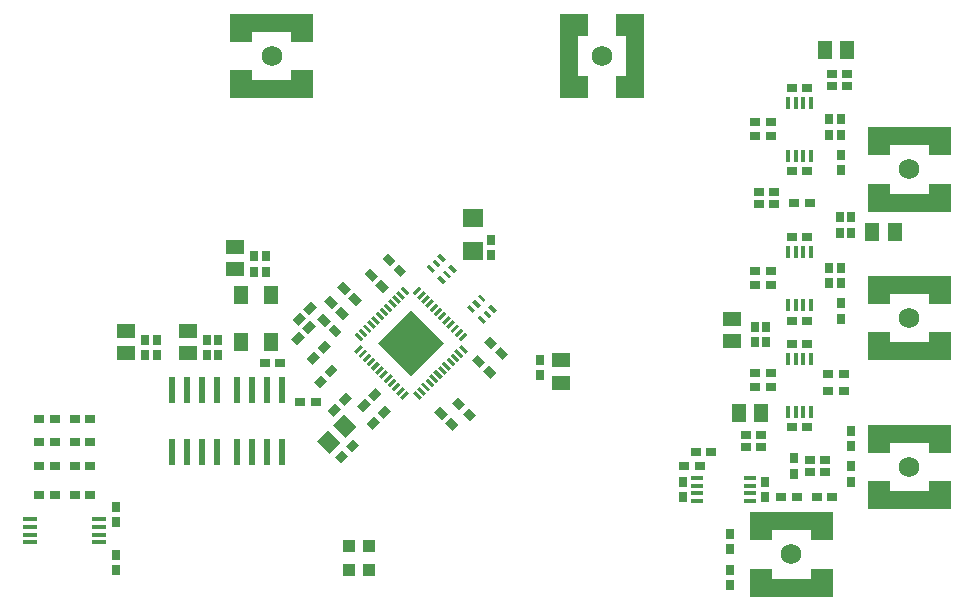
<source format=gtp>
G75*
G70*
%OFA0B0*%
%FSLAX24Y24*%
%IPPOS*%
%LPD*%
%AMOC8*
5,1,8,0,0,1.08239X$1,22.5*
%
%ADD10R,0.0118X0.0315*%
%ADD11R,0.1575X0.1575*%
%ADD12R,0.0276X0.0118*%
%ADD13R,0.0354X0.0276*%
%ADD14R,0.0276X0.0354*%
%ADD15R,0.0710X0.0630*%
%ADD16R,0.0512X0.0591*%
%ADD17R,0.0591X0.0512*%
%ADD18R,0.0472X0.0138*%
%ADD19R,0.0157X0.0433*%
%ADD20R,0.0433X0.0157*%
%ADD21R,0.0512X0.0630*%
%ADD22C,0.0681*%
%ADD23R,0.0925X0.0748*%
%ADD24R,0.0591X0.1339*%
%ADD25R,0.0748X0.0925*%
%ADD26R,0.1339X0.0591*%
%ADD27R,0.0236X0.0866*%
%ADD28R,0.0394X0.0433*%
D10*
G36*
X015359Y009139D02*
X015442Y009056D01*
X015221Y008835D01*
X015138Y008918D01*
X015359Y009139D01*
G37*
G36*
X015442Y009336D02*
X015359Y009253D01*
X015138Y009474D01*
X015221Y009557D01*
X015442Y009336D01*
G37*
G36*
X015582Y009475D02*
X015499Y009392D01*
X015278Y009613D01*
X015361Y009696D01*
X015582Y009475D01*
G37*
G36*
X015721Y009614D02*
X015638Y009531D01*
X015417Y009752D01*
X015500Y009835D01*
X015721Y009614D01*
G37*
G36*
X015860Y009753D02*
X015777Y009670D01*
X015556Y009891D01*
X015639Y009974D01*
X015860Y009753D01*
G37*
G36*
X015999Y009892D02*
X015916Y009809D01*
X015695Y010030D01*
X015778Y010113D01*
X015999Y009892D01*
G37*
G36*
X016138Y010032D02*
X016055Y009949D01*
X015834Y010170D01*
X015917Y010253D01*
X016138Y010032D01*
G37*
G36*
X016278Y010171D02*
X016195Y010088D01*
X015974Y010309D01*
X016057Y010392D01*
X016278Y010171D01*
G37*
G36*
X016417Y010310D02*
X016334Y010227D01*
X016113Y010448D01*
X016196Y010531D01*
X016417Y010310D01*
G37*
G36*
X016556Y010449D02*
X016473Y010366D01*
X016252Y010587D01*
X016335Y010670D01*
X016556Y010449D01*
G37*
G36*
X016695Y010588D02*
X016612Y010505D01*
X016391Y010726D01*
X016474Y010809D01*
X016695Y010588D01*
G37*
G36*
X016834Y010727D02*
X016751Y010644D01*
X016530Y010865D01*
X016613Y010948D01*
X016834Y010727D01*
G37*
G36*
X016974Y010867D02*
X016891Y010784D01*
X016670Y011005D01*
X016753Y011088D01*
X016974Y010867D01*
G37*
G36*
X017170Y010784D02*
X017087Y010867D01*
X017308Y011088D01*
X017391Y011005D01*
X017170Y010784D01*
G37*
G36*
X017309Y010644D02*
X017226Y010727D01*
X017447Y010948D01*
X017530Y010865D01*
X017309Y010644D01*
G37*
G36*
X017449Y010505D02*
X017366Y010588D01*
X017587Y010809D01*
X017670Y010726D01*
X017449Y010505D01*
G37*
G36*
X017588Y010366D02*
X017505Y010449D01*
X017726Y010670D01*
X017809Y010587D01*
X017588Y010366D01*
G37*
G36*
X017727Y010227D02*
X017644Y010310D01*
X017865Y010531D01*
X017948Y010448D01*
X017727Y010227D01*
G37*
G36*
X017866Y010088D02*
X017783Y010171D01*
X018004Y010392D01*
X018087Y010309D01*
X017866Y010088D01*
G37*
G36*
X018005Y009949D02*
X017922Y010032D01*
X018143Y010253D01*
X018226Y010170D01*
X018005Y009949D01*
G37*
G36*
X018145Y009809D02*
X018062Y009892D01*
X018283Y010113D01*
X018366Y010030D01*
X018145Y009809D01*
G37*
G36*
X018284Y009670D02*
X018201Y009753D01*
X018422Y009974D01*
X018505Y009891D01*
X018284Y009670D01*
G37*
G36*
X018423Y009531D02*
X018340Y009614D01*
X018561Y009835D01*
X018644Y009752D01*
X018423Y009531D01*
G37*
G36*
X018562Y009392D02*
X018479Y009475D01*
X018700Y009696D01*
X018783Y009613D01*
X018562Y009392D01*
G37*
G36*
X018701Y009253D02*
X018618Y009336D01*
X018839Y009557D01*
X018922Y009474D01*
X018701Y009253D01*
G37*
G36*
X018618Y009056D02*
X018701Y009139D01*
X018922Y008918D01*
X018839Y008835D01*
X018618Y009056D01*
G37*
G36*
X018479Y008917D02*
X018562Y009000D01*
X018783Y008779D01*
X018700Y008696D01*
X018479Y008917D01*
G37*
G36*
X018340Y008778D02*
X018423Y008861D01*
X018644Y008640D01*
X018561Y008557D01*
X018340Y008778D01*
G37*
G36*
X018201Y008638D02*
X018284Y008721D01*
X018505Y008500D01*
X018422Y008417D01*
X018201Y008638D01*
G37*
G36*
X018062Y008499D02*
X018145Y008582D01*
X018366Y008361D01*
X018283Y008278D01*
X018062Y008499D01*
G37*
G36*
X017922Y008360D02*
X018005Y008443D01*
X018226Y008222D01*
X018143Y008139D01*
X017922Y008360D01*
G37*
G36*
X017783Y008221D02*
X017866Y008304D01*
X018087Y008083D01*
X018004Y008000D01*
X017783Y008221D01*
G37*
G36*
X017644Y008082D02*
X017727Y008165D01*
X017948Y007944D01*
X017865Y007861D01*
X017644Y008082D01*
G37*
G36*
X017505Y007942D02*
X017588Y008025D01*
X017809Y007804D01*
X017726Y007721D01*
X017505Y007942D01*
G37*
G36*
X017366Y007803D02*
X017449Y007886D01*
X017670Y007665D01*
X017587Y007582D01*
X017366Y007803D01*
G37*
G36*
X017226Y007664D02*
X017309Y007747D01*
X017530Y007526D01*
X017447Y007443D01*
X017226Y007664D01*
G37*
G36*
X017087Y007525D02*
X017170Y007608D01*
X017391Y007387D01*
X017308Y007304D01*
X017087Y007525D01*
G37*
G36*
X016891Y007608D02*
X016974Y007525D01*
X016753Y007304D01*
X016670Y007387D01*
X016891Y007608D01*
G37*
G36*
X016751Y007747D02*
X016834Y007664D01*
X016613Y007443D01*
X016530Y007526D01*
X016751Y007747D01*
G37*
G36*
X016612Y007886D02*
X016695Y007803D01*
X016474Y007582D01*
X016391Y007665D01*
X016612Y007886D01*
G37*
G36*
X016473Y008025D02*
X016556Y007942D01*
X016335Y007721D01*
X016252Y007804D01*
X016473Y008025D01*
G37*
G36*
X016334Y008165D02*
X016417Y008082D01*
X016196Y007861D01*
X016113Y007944D01*
X016334Y008165D01*
G37*
G36*
X016195Y008304D02*
X016278Y008221D01*
X016057Y008000D01*
X015974Y008083D01*
X016195Y008304D01*
G37*
G36*
X016055Y008443D02*
X016138Y008360D01*
X015917Y008139D01*
X015834Y008222D01*
X016055Y008443D01*
G37*
G36*
X015916Y008582D02*
X015999Y008499D01*
X015778Y008278D01*
X015695Y008361D01*
X015916Y008582D01*
G37*
G36*
X015777Y008721D02*
X015860Y008638D01*
X015639Y008417D01*
X015556Y008500D01*
X015777Y008721D01*
G37*
G36*
X015638Y008861D02*
X015721Y008778D01*
X015500Y008557D01*
X015417Y008640D01*
X015638Y008861D01*
G37*
G36*
X015499Y009000D02*
X015582Y008917D01*
X015361Y008696D01*
X015278Y008779D01*
X015499Y009000D01*
G37*
D11*
G36*
X015918Y009196D02*
X017030Y010308D01*
X018142Y009196D01*
X017030Y008084D01*
X015918Y009196D01*
G37*
D12*
G36*
X018109Y011175D02*
X017915Y011369D01*
X017999Y011453D01*
X018193Y011259D01*
X018109Y011175D01*
G37*
G36*
X018290Y011356D02*
X018096Y011550D01*
X018180Y011634D01*
X018374Y011440D01*
X018290Y011356D01*
G37*
G36*
X018471Y011537D02*
X018277Y011731D01*
X018361Y011815D01*
X018555Y011621D01*
X018471Y011537D01*
G37*
G36*
X018109Y011899D02*
X017915Y012093D01*
X017999Y012177D01*
X018193Y011983D01*
X018109Y011899D01*
G37*
G36*
X017928Y011718D02*
X017734Y011912D01*
X017818Y011996D01*
X018012Y011802D01*
X017928Y011718D01*
G37*
G36*
X017747Y011537D02*
X017553Y011731D01*
X017637Y011815D01*
X017831Y011621D01*
X017747Y011537D01*
G37*
G36*
X019448Y010560D02*
X019254Y010754D01*
X019338Y010838D01*
X019532Y010644D01*
X019448Y010560D01*
G37*
G36*
X019267Y010379D02*
X019073Y010573D01*
X019157Y010657D01*
X019351Y010463D01*
X019267Y010379D01*
G37*
G36*
X019086Y010198D02*
X018892Y010392D01*
X018976Y010476D01*
X019170Y010282D01*
X019086Y010198D01*
G37*
G36*
X019448Y009837D02*
X019254Y010031D01*
X019338Y010115D01*
X019532Y009921D01*
X019448Y009837D01*
G37*
G36*
X019629Y010018D02*
X019435Y010212D01*
X019519Y010296D01*
X019713Y010102D01*
X019629Y010018D01*
G37*
G36*
X019810Y010198D02*
X019616Y010392D01*
X019700Y010476D01*
X019894Y010282D01*
X019810Y010198D01*
G37*
D13*
G36*
X019711Y008997D02*
X019462Y009246D01*
X019657Y009441D01*
X019906Y009192D01*
X019711Y008997D01*
G37*
G36*
X020073Y008635D02*
X019824Y008884D01*
X020019Y009079D01*
X020268Y008830D01*
X020073Y008635D01*
G37*
G36*
X019679Y008005D02*
X019430Y008254D01*
X019625Y008449D01*
X019874Y008200D01*
X019679Y008005D01*
G37*
G36*
X019317Y008367D02*
X019068Y008616D01*
X019263Y008811D01*
X019512Y008562D01*
X019317Y008367D01*
G37*
G36*
X018648Y006950D02*
X018399Y007199D01*
X018594Y007394D01*
X018843Y007145D01*
X018648Y006950D01*
G37*
G36*
X019010Y006588D02*
X018761Y006837D01*
X018956Y007032D01*
X019205Y006783D01*
X019010Y006588D01*
G37*
G36*
X018419Y006273D02*
X018170Y006522D01*
X018365Y006717D01*
X018614Y006468D01*
X018419Y006273D01*
G37*
G36*
X018058Y006635D02*
X017809Y006884D01*
X018004Y007079D01*
X018253Y006830D01*
X018058Y006635D01*
G37*
G36*
X015926Y006869D02*
X016175Y007118D01*
X016370Y006923D01*
X016121Y006674D01*
X015926Y006869D01*
G37*
G36*
X015564Y006507D02*
X015813Y006756D01*
X016008Y006561D01*
X015759Y006312D01*
X015564Y006507D01*
G37*
G36*
X015249Y007098D02*
X015498Y007347D01*
X015693Y007152D01*
X015444Y006903D01*
X015249Y007098D01*
G37*
G36*
X014627Y007302D02*
X014876Y007551D01*
X015071Y007356D01*
X014822Y007107D01*
X014627Y007302D01*
G37*
G36*
X014265Y006941D02*
X014514Y007190D01*
X014709Y006995D01*
X014460Y006746D01*
X014265Y006941D01*
G37*
X013861Y007227D03*
X013349Y007227D03*
G36*
X013793Y007885D02*
X014042Y008134D01*
X014237Y007939D01*
X013988Y007690D01*
X013793Y007885D01*
G37*
G36*
X014155Y008247D02*
X014404Y008496D01*
X014599Y008301D01*
X014350Y008052D01*
X014155Y008247D01*
G37*
G36*
X013557Y008673D02*
X013806Y008922D01*
X014001Y008727D01*
X013752Y008478D01*
X013557Y008673D01*
G37*
G36*
X013918Y009035D02*
X014167Y009284D01*
X014362Y009089D01*
X014113Y008840D01*
X013918Y009035D01*
G37*
G36*
X013045Y009342D02*
X013294Y009591D01*
X013489Y009396D01*
X013240Y009147D01*
X013045Y009342D01*
G37*
G36*
X013407Y009704D02*
X013656Y009953D01*
X013851Y009758D01*
X013602Y009509D01*
X013407Y009704D01*
G37*
G36*
X013084Y009972D02*
X013333Y010221D01*
X013528Y010026D01*
X013279Y009777D01*
X013084Y009972D01*
G37*
G36*
X013446Y010334D02*
X013695Y010583D01*
X013890Y010388D01*
X013641Y010139D01*
X013446Y010334D01*
G37*
G36*
X014160Y009745D02*
X013911Y009994D01*
X014106Y010189D01*
X014355Y009940D01*
X014160Y009745D01*
G37*
G36*
X014522Y009383D02*
X014273Y009632D01*
X014468Y009827D01*
X014717Y009578D01*
X014522Y009383D01*
G37*
G36*
X014704Y010418D02*
X014953Y010169D01*
X014758Y009974D01*
X014509Y010223D01*
X014704Y010418D01*
G37*
G36*
X014342Y010780D02*
X014591Y010531D01*
X014396Y010336D01*
X014147Y010585D01*
X014342Y010780D01*
G37*
G36*
X014775Y011252D02*
X015024Y011003D01*
X014829Y010808D01*
X014580Y011057D01*
X014775Y011252D01*
G37*
G36*
X015137Y010890D02*
X015386Y010641D01*
X015191Y010446D01*
X014942Y010695D01*
X015137Y010890D01*
G37*
G36*
X015681Y011685D02*
X015930Y011436D01*
X015735Y011241D01*
X015486Y011490D01*
X015681Y011685D01*
G37*
G36*
X016271Y012197D02*
X016520Y011948D01*
X016325Y011753D01*
X016076Y012002D01*
X016271Y012197D01*
G37*
G36*
X016633Y011835D02*
X016882Y011586D01*
X016687Y011391D01*
X016438Y011640D01*
X016633Y011835D01*
G37*
G36*
X016043Y011323D02*
X016292Y011074D01*
X016097Y010879D01*
X015848Y011128D01*
X016043Y011323D01*
G37*
X012680Y008526D03*
X012168Y008526D03*
G36*
X015611Y007460D02*
X015860Y007709D01*
X016055Y007514D01*
X015806Y007265D01*
X015611Y007460D01*
G37*
G36*
X014863Y005747D02*
X015112Y005996D01*
X015307Y005801D01*
X015058Y005552D01*
X014863Y005747D01*
G37*
G36*
X014501Y005385D02*
X014750Y005634D01*
X014945Y005439D01*
X014696Y005190D01*
X014501Y005385D01*
G37*
X006341Y005101D03*
X005830Y005101D03*
X005160Y005101D03*
X004649Y005101D03*
X004649Y005889D03*
X005160Y005889D03*
X005830Y005889D03*
X006341Y005889D03*
X006341Y006676D03*
X005830Y006676D03*
X005160Y006676D03*
X004649Y006676D03*
X004649Y004117D03*
X005160Y004117D03*
X005830Y004117D03*
X006341Y004117D03*
X026145Y005101D03*
X026656Y005101D03*
X026538Y005574D03*
X027050Y005574D03*
X028192Y005731D03*
X028192Y006125D03*
X028704Y006125D03*
X028704Y005731D03*
X029727Y006400D03*
X030239Y006400D03*
X030318Y005298D03*
X030318Y004904D03*
X030830Y004904D03*
X030830Y005298D03*
X031066Y004078D03*
X030554Y004078D03*
X029885Y004078D03*
X029373Y004078D03*
X030948Y007582D03*
X031460Y007582D03*
X031460Y008172D03*
X030948Y008172D03*
X030239Y009156D03*
X029727Y009156D03*
X029727Y009944D03*
X030239Y009944D03*
X029019Y011125D03*
X029019Y011597D03*
X028507Y011597D03*
X028507Y011125D03*
X029727Y012739D03*
X030239Y012739D03*
X030318Y013881D03*
X029806Y013881D03*
X029137Y013841D03*
X028625Y013841D03*
X028625Y014235D03*
X029137Y014235D03*
X029727Y014944D03*
X030239Y014944D03*
X029019Y016086D03*
X029019Y016558D03*
X028507Y016558D03*
X028507Y016086D03*
X029727Y017700D03*
X030239Y017700D03*
X031066Y017778D03*
X031066Y018172D03*
X031578Y018172D03*
X031578Y017778D03*
X029019Y008211D03*
X029019Y007739D03*
X028507Y007739D03*
X028507Y008211D03*
D14*
X028487Y009215D03*
X028881Y009215D03*
X028881Y009727D03*
X028487Y009727D03*
X030967Y011184D03*
X031361Y011184D03*
X031361Y011696D03*
X030967Y011696D03*
X031322Y012877D03*
X031715Y012877D03*
X031715Y013389D03*
X031322Y013389D03*
X031361Y014963D03*
X031361Y015475D03*
X031361Y016145D03*
X030967Y016145D03*
X030967Y016656D03*
X031361Y016656D03*
X031361Y010515D03*
X031361Y010003D03*
X031715Y006263D03*
X031715Y005751D03*
X031715Y005082D03*
X031715Y004570D03*
X029786Y004845D03*
X029786Y005357D03*
X028841Y004570D03*
X028841Y004058D03*
X027680Y002837D03*
X027680Y002326D03*
X027680Y001637D03*
X027680Y001125D03*
X026086Y004058D03*
X026086Y004570D03*
X021322Y008133D03*
X021322Y008645D03*
X019708Y012129D03*
X019708Y012641D03*
X012188Y012089D03*
X011794Y012089D03*
X011794Y011578D03*
X012188Y011578D03*
X010613Y009294D03*
X010219Y009294D03*
X010219Y008782D03*
X010613Y008782D03*
X008566Y008782D03*
X008172Y008782D03*
X008172Y009294D03*
X008566Y009294D03*
X007188Y003743D03*
X007188Y003231D03*
X007188Y002129D03*
X007188Y001617D03*
D15*
X019097Y012258D03*
X019097Y013378D03*
D16*
X027956Y006873D03*
X028704Y006873D03*
X032404Y012897D03*
X033152Y012897D03*
X031578Y018960D03*
X030830Y018960D03*
G36*
X014426Y006456D02*
X014788Y006818D01*
X015204Y006402D01*
X014842Y006040D01*
X014426Y006456D01*
G37*
G36*
X013897Y005927D02*
X014259Y006289D01*
X014675Y005873D01*
X014313Y005511D01*
X013897Y005927D01*
G37*
D17*
X009589Y008861D03*
X009589Y009609D03*
X007542Y009609D03*
X007542Y008861D03*
X011164Y011656D03*
X011164Y012404D03*
X022050Y008625D03*
X022050Y007877D03*
X027739Y009255D03*
X027739Y010003D03*
D18*
X004343Y002552D03*
X004343Y002808D03*
X004343Y003064D03*
X004343Y003320D03*
X006647Y003320D03*
X006647Y003064D03*
X006647Y002808D03*
X006647Y002552D03*
D19*
X029599Y006893D03*
X029855Y006893D03*
X030111Y006893D03*
X030367Y006893D03*
X030367Y008664D03*
X030111Y008664D03*
X029855Y008664D03*
X029599Y008664D03*
X029599Y010475D03*
X029855Y010475D03*
X030111Y010475D03*
X030367Y010475D03*
X030367Y012247D03*
X030111Y012247D03*
X029855Y012247D03*
X029599Y012247D03*
X029599Y015436D03*
X029855Y015436D03*
X030111Y015436D03*
X030367Y015436D03*
X030367Y017208D03*
X030111Y017208D03*
X029855Y017208D03*
X029599Y017208D03*
D20*
X028349Y004698D03*
X028349Y004442D03*
X028349Y004186D03*
X028349Y003930D03*
X026578Y003930D03*
X026578Y004186D03*
X026578Y004442D03*
X026578Y004698D03*
D21*
X012365Y009235D03*
X011381Y009235D03*
X011381Y010810D03*
X012365Y010810D03*
D22*
X012385Y018763D03*
X023408Y018763D03*
X033645Y014983D03*
X033645Y010023D03*
X033645Y005062D03*
X029708Y002149D03*
D23*
X024343Y017739D03*
X022473Y017739D03*
X022473Y019786D03*
X024343Y019786D03*
D24*
X024511Y018763D03*
X022306Y018763D03*
D25*
X013408Y019698D03*
X011361Y019698D03*
X011361Y017828D03*
X013408Y017828D03*
X032621Y015918D03*
X034668Y015918D03*
X034668Y014048D03*
X032621Y014048D03*
X032621Y010958D03*
X034668Y010958D03*
X034668Y009087D03*
X032621Y009087D03*
X032621Y005997D03*
X034668Y005997D03*
X034668Y004127D03*
X032621Y004127D03*
X030731Y003084D03*
X028684Y003084D03*
X028684Y001213D03*
X030731Y001213D03*
D26*
X029708Y001046D03*
X029708Y003251D03*
X033645Y003960D03*
X033645Y006164D03*
X033645Y008920D03*
X033645Y011125D03*
X033645Y013881D03*
X033645Y016086D03*
X012385Y017660D03*
X012385Y019865D03*
D27*
X012241Y007621D03*
X011741Y007621D03*
X011241Y007621D03*
X010576Y007621D03*
X010076Y007621D03*
X009576Y007621D03*
X009076Y007621D03*
X009076Y005574D03*
X009576Y005574D03*
X010076Y005574D03*
X010576Y005574D03*
X011241Y005574D03*
X011741Y005574D03*
X012241Y005574D03*
X012741Y005574D03*
X012741Y007621D03*
D28*
X014963Y002424D03*
X015633Y002424D03*
X015633Y001637D03*
X014963Y001637D03*
M02*

</source>
